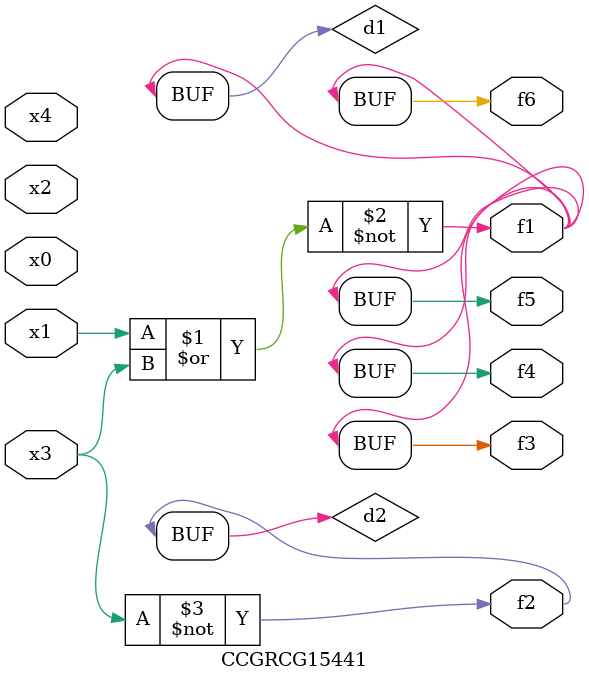
<source format=v>
module CCGRCG15441(
	input x0, x1, x2, x3, x4,
	output f1, f2, f3, f4, f5, f6
);

	wire d1, d2;

	nor (d1, x1, x3);
	not (d2, x3);
	assign f1 = d1;
	assign f2 = d2;
	assign f3 = d1;
	assign f4 = d1;
	assign f5 = d1;
	assign f6 = d1;
endmodule

</source>
